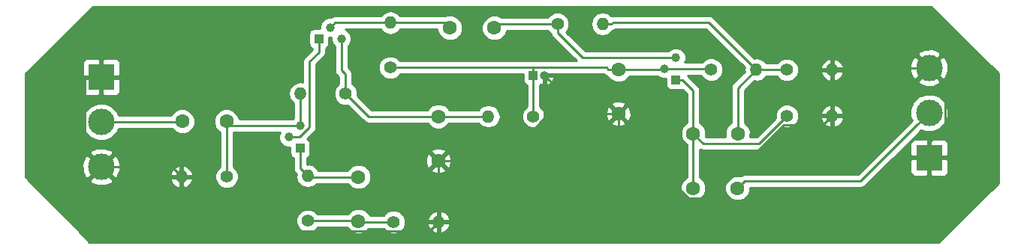
<source format=gbr>
G04 #@! TF.FileFunction,Copper,L1,Top,Signal*
%FSLAX46Y46*%
G04 Gerber Fmt 4.6, Leading zero omitted, Abs format (unit mm)*
G04 Created by KiCad (PCBNEW 4.0.6) date 06/17/17 08:19:30*
%MOMM*%
%LPD*%
G01*
G04 APERTURE LIST*
%ADD10C,0.100000*%
%ADD11C,1.600000*%
%ADD12R,3.000000X3.000000*%
%ADD13C,3.000000*%
%ADD14R,1.000000X1.000000*%
%ADD15O,1.000000X1.000000*%
%ADD16C,1.000000*%
%ADD17C,1.400000*%
%ADD18O,1.400000X1.400000*%
%ADD19C,0.250000*%
%ADD20C,0.254000*%
G04 APERTURE END LIST*
D10*
D11*
X69316600Y-114147600D03*
X74316600Y-114147600D03*
X98196400Y-113614200D03*
X98196400Y-118614200D03*
X104495600Y-103581200D03*
X99495600Y-103581200D03*
X89179400Y-125446800D03*
X89179400Y-120446800D03*
X126949200Y-115544600D03*
X131949200Y-115544600D03*
X118491000Y-108305600D03*
X118491000Y-113305600D03*
X131927600Y-121716800D03*
X126927600Y-121716800D03*
D12*
X60172600Y-109143800D03*
D13*
X60172600Y-114223800D03*
X60172600Y-119303800D03*
D14*
X108915200Y-108966000D03*
D15*
X110185200Y-108966000D03*
D12*
X153543000Y-118262400D03*
D13*
X153543000Y-113182400D03*
X153543000Y-108102400D03*
D16*
X85979000Y-103530400D03*
X87249000Y-104800400D03*
D14*
X84709000Y-104800400D03*
D16*
X81330800Y-115951000D03*
X82600800Y-114681000D03*
D14*
X82600800Y-117221000D03*
D16*
X123698000Y-108204000D03*
X124968000Y-106934000D03*
D14*
X124968000Y-109474000D03*
D17*
X108915200Y-113588800D03*
D18*
X103835200Y-113588800D03*
D17*
X87731600Y-111023400D03*
D18*
X82651600Y-111023400D03*
D17*
X74320400Y-120421400D03*
D18*
X69240400Y-120421400D03*
D17*
X92760800Y-108077000D03*
D18*
X92760800Y-102997000D03*
D17*
X83464400Y-125425200D03*
D18*
X83464400Y-120345200D03*
D17*
X128955800Y-108305600D03*
D18*
X134035800Y-108305600D03*
D17*
X137515600Y-108331000D03*
D18*
X142595600Y-108331000D03*
D17*
X93141800Y-125552200D03*
D18*
X98221800Y-125552200D03*
D17*
X111633000Y-103124000D03*
D18*
X116713000Y-103124000D03*
D17*
X137515600Y-113538000D03*
D18*
X142595600Y-113538000D03*
D19*
X60172600Y-114223800D02*
X69240400Y-114223800D01*
X69240400Y-114223800D02*
X69316600Y-114147600D01*
X82600800Y-114681000D02*
X74850000Y-114681000D01*
X74850000Y-114681000D02*
X74316600Y-114147600D01*
X82600800Y-114681000D02*
X82600800Y-111074200D01*
X82600800Y-111074200D02*
X82651600Y-111023400D01*
X74316600Y-114147600D02*
X74316600Y-120417600D01*
X74316600Y-120417600D02*
X74320400Y-120421400D01*
X87249000Y-104800400D02*
X87249000Y-108352306D01*
X87249000Y-108352306D02*
X87731600Y-108834906D01*
X98196400Y-113614200D02*
X90322400Y-113614200D01*
X90322400Y-113614200D02*
X87731600Y-111023400D01*
X103835200Y-113588800D02*
X98221800Y-113588800D01*
X98221800Y-113588800D02*
X98196400Y-113614200D01*
X87731600Y-108834906D02*
X87731600Y-110033451D01*
X87731600Y-110033451D02*
X87731600Y-111023400D01*
X60172600Y-109143800D02*
X58422600Y-109143800D01*
X58672601Y-117803801D02*
X60172600Y-119303800D01*
X58422600Y-109143800D02*
X58347599Y-109218801D01*
X58347599Y-109218801D02*
X58347599Y-117478799D01*
X58347599Y-117478799D02*
X58672601Y-117803801D01*
X118491000Y-113305600D02*
X118491000Y-114945202D01*
X118491000Y-114945202D02*
X126387599Y-122841801D01*
X126387599Y-122841801D02*
X128848209Y-122841801D01*
X128848209Y-122841801D02*
X137127009Y-114563001D01*
X141570599Y-114563001D02*
X141895601Y-114237999D01*
X137127009Y-114563001D02*
X141570599Y-114563001D01*
X141895601Y-114237999D02*
X142595600Y-113538000D01*
X142595600Y-108331000D02*
X142595600Y-109320949D01*
X142595600Y-109320949D02*
X142595600Y-113538000D01*
X153543000Y-118262400D02*
X153543000Y-116512400D01*
X153543000Y-116512400D02*
X155368001Y-114687399D01*
X155368001Y-114687399D02*
X155368001Y-109927401D01*
X155368001Y-109927401D02*
X155042999Y-109602399D01*
X155042999Y-109602399D02*
X153543000Y-108102400D01*
X153543000Y-108102400D02*
X142824200Y-108102400D01*
X142824200Y-108102400D02*
X142595600Y-108331000D01*
X69240400Y-120421400D02*
X69240400Y-121411349D01*
X97196799Y-126577201D02*
X97521801Y-126252199D01*
X69240400Y-121411349D02*
X74406252Y-126577201D01*
X74406252Y-126577201D02*
X97196799Y-126577201D01*
X97521801Y-126252199D02*
X98221800Y-125552200D01*
X98196400Y-118614200D02*
X98196400Y-125526800D01*
X98196400Y-125526800D02*
X98221800Y-125552200D01*
X110185200Y-108966000D02*
X110185200Y-113835802D01*
X110185200Y-113835802D02*
X105406802Y-118614200D01*
X105406802Y-118614200D02*
X99327770Y-118614200D01*
X99327770Y-118614200D02*
X98196400Y-118614200D01*
X110185200Y-108966000D02*
X114524800Y-113305600D01*
X114524800Y-113305600D02*
X118491000Y-113305600D01*
X60172600Y-119303800D02*
X68122800Y-119303800D01*
X68122800Y-119303800D02*
X69240400Y-120421400D01*
X115646200Y-106934000D02*
X115874800Y-106934000D01*
X115874800Y-106934000D02*
X124968000Y-106934000D01*
X111633000Y-103124000D02*
X111633000Y-104113949D01*
X114453051Y-106934000D02*
X115874800Y-106934000D01*
X111633000Y-104113949D02*
X114453051Y-106934000D01*
X111633000Y-103124000D02*
X104952800Y-103124000D01*
X104952800Y-103124000D02*
X104495600Y-103581200D01*
X111556800Y-102997000D02*
X111633000Y-102920800D01*
X85979000Y-103530400D02*
X86512400Y-102997000D01*
X86512400Y-102997000D02*
X92760800Y-102997000D01*
X92760800Y-102997000D02*
X99466400Y-102997000D01*
X92735400Y-103022400D02*
X92760800Y-102997000D01*
X83464400Y-125425200D02*
X89157800Y-125425200D01*
X89157800Y-125425200D02*
X89179400Y-125446800D01*
X93141800Y-125552200D02*
X89284800Y-125552200D01*
X89284800Y-125552200D02*
X89179400Y-125446800D01*
X82600800Y-117221000D02*
X82600800Y-119481600D01*
X82600800Y-119481600D02*
X83464400Y-120345200D01*
X89179400Y-120446800D02*
X83566000Y-120446800D01*
X83566000Y-120446800D02*
X83464400Y-120345200D01*
X126949200Y-115544600D02*
X128074201Y-116669601D01*
X128074201Y-116669601D02*
X134383999Y-116669601D01*
X134383999Y-116669601D02*
X136815601Y-114237999D01*
X136815601Y-114237999D02*
X137515600Y-113538000D01*
X126949200Y-115544600D02*
X126949200Y-121695200D01*
X126949200Y-121695200D02*
X126927600Y-121716800D01*
X126949200Y-115544600D02*
X126949200Y-110705200D01*
X126949200Y-110705200D02*
X125718000Y-109474000D01*
X125718000Y-109474000D02*
X124968000Y-109474000D01*
X92760800Y-108077000D02*
X108585000Y-108077000D01*
X108585000Y-108077000D02*
X108776200Y-108077000D01*
X118491000Y-108305600D02*
X117359630Y-108305600D01*
X117359630Y-108305600D02*
X117131030Y-108077000D01*
X117131030Y-108077000D02*
X108585000Y-108077000D01*
X108776200Y-108077000D02*
X108915200Y-108216000D01*
X108915200Y-108216000D02*
X108915200Y-108966000D01*
X108915200Y-108966000D02*
X108915200Y-109716000D01*
X108915200Y-109716000D02*
X108915200Y-113588800D01*
X123698000Y-108204000D02*
X128854200Y-108204000D01*
X128854200Y-108204000D02*
X128955800Y-108305600D01*
X118491000Y-108305600D02*
X123596400Y-108305600D01*
X123596400Y-108305600D02*
X123698000Y-108204000D01*
X131927600Y-121716800D02*
X132727599Y-120916801D01*
X132727599Y-120916801D02*
X145808599Y-120916801D01*
X145808599Y-120916801D02*
X152043001Y-114682399D01*
X152043001Y-114682399D02*
X153543000Y-113182400D01*
X81330800Y-115951000D02*
X82551802Y-115951000D01*
X82551802Y-115951000D02*
X83676601Y-114826201D01*
X83676601Y-114826201D02*
X83676601Y-107362801D01*
X83676601Y-107362801D02*
X84709000Y-106330402D01*
X84709000Y-106330402D02*
X84709000Y-104800400D01*
X137515600Y-108331000D02*
X134061200Y-108331000D01*
X134061200Y-108331000D02*
X134035800Y-108305600D01*
X116713000Y-103124000D02*
X117702949Y-103124000D01*
X117702949Y-103124000D02*
X117906149Y-102920800D01*
X117906149Y-102920800D02*
X128651000Y-102920800D01*
X134035800Y-108305600D02*
X131949200Y-110392200D01*
X131949200Y-110392200D02*
X131949200Y-115544600D01*
X128651000Y-102920800D02*
X134035800Y-108305600D01*
D20*
G36*
X161367400Y-108752092D02*
X161367400Y-121140355D01*
X154598416Y-127814000D01*
X58845899Y-127814000D01*
X56769922Y-125689583D01*
X82129169Y-125689583D01*
X82331982Y-126180429D01*
X82707196Y-126556298D01*
X83197687Y-126759968D01*
X83728783Y-126760431D01*
X84219629Y-126557618D01*
X84592697Y-126185200D01*
X87931829Y-126185200D01*
X87962157Y-126258600D01*
X88365477Y-126662624D01*
X88892709Y-126881550D01*
X89463587Y-126882048D01*
X89991200Y-126664043D01*
X90343657Y-126312200D01*
X92014145Y-126312200D01*
X92384596Y-126683298D01*
X92875087Y-126886968D01*
X93406183Y-126887431D01*
X93897029Y-126684618D01*
X94272898Y-126309404D01*
X94448906Y-125885529D01*
X96929084Y-125885529D01*
X97072003Y-126230596D01*
X97419137Y-126618964D01*
X97888469Y-126844927D01*
X98094800Y-126722406D01*
X98094800Y-125679200D01*
X98348800Y-125679200D01*
X98348800Y-126722406D01*
X98555131Y-126844927D01*
X99024463Y-126618964D01*
X99371597Y-126230596D01*
X99514516Y-125885529D01*
X99391174Y-125679200D01*
X98348800Y-125679200D01*
X98094800Y-125679200D01*
X97052426Y-125679200D01*
X96929084Y-125885529D01*
X94448906Y-125885529D01*
X94476568Y-125818913D01*
X94477031Y-125287817D01*
X94448544Y-125218871D01*
X96929084Y-125218871D01*
X97052426Y-125425200D01*
X98094800Y-125425200D01*
X98094800Y-124381994D01*
X98348800Y-124381994D01*
X98348800Y-125425200D01*
X99391174Y-125425200D01*
X99514516Y-125218871D01*
X99371597Y-124873804D01*
X99024463Y-124485436D01*
X98555131Y-124259473D01*
X98348800Y-124381994D01*
X98094800Y-124381994D01*
X97888469Y-124259473D01*
X97419137Y-124485436D01*
X97072003Y-124873804D01*
X96929084Y-125218871D01*
X94448544Y-125218871D01*
X94274218Y-124796971D01*
X93899004Y-124421102D01*
X93408513Y-124217432D01*
X92877417Y-124216969D01*
X92386571Y-124419782D01*
X92013503Y-124792200D01*
X90461597Y-124792200D01*
X90396643Y-124635000D01*
X89993323Y-124230976D01*
X89466091Y-124012050D01*
X88895213Y-124011552D01*
X88367600Y-124229557D01*
X87963576Y-124632877D01*
X87950154Y-124665200D01*
X84592055Y-124665200D01*
X84221604Y-124294102D01*
X83731113Y-124090432D01*
X83200017Y-124089969D01*
X82709171Y-124292782D01*
X82333302Y-124667996D01*
X82129632Y-125158487D01*
X82129169Y-125689583D01*
X56769922Y-125689583D01*
X52009193Y-120817770D01*
X58838235Y-120817770D01*
X58998018Y-121136539D01*
X59788787Y-121446523D01*
X60637987Y-121430297D01*
X61347182Y-121136539D01*
X61506965Y-120817770D01*
X61443924Y-120754729D01*
X67947684Y-120754729D01*
X68090603Y-121099796D01*
X68437737Y-121488164D01*
X68907069Y-121714127D01*
X69113400Y-121591606D01*
X69113400Y-120548400D01*
X69367400Y-120548400D01*
X69367400Y-121591606D01*
X69573731Y-121714127D01*
X70043063Y-121488164D01*
X70390197Y-121099796D01*
X70533116Y-120754729D01*
X70409774Y-120548400D01*
X69367400Y-120548400D01*
X69113400Y-120548400D01*
X68071026Y-120548400D01*
X67947684Y-120754729D01*
X61443924Y-120754729D01*
X60172600Y-119483405D01*
X58838235Y-120817770D01*
X52009193Y-120817770D01*
X51637000Y-120436893D01*
X51637000Y-118919987D01*
X58029877Y-118919987D01*
X58046103Y-119769187D01*
X58339861Y-120478382D01*
X58658630Y-120638165D01*
X59992995Y-119303800D01*
X60352205Y-119303800D01*
X61686570Y-120638165D01*
X62005339Y-120478382D01*
X62158342Y-120088071D01*
X67947684Y-120088071D01*
X68071026Y-120294400D01*
X69113400Y-120294400D01*
X69113400Y-119251194D01*
X69367400Y-119251194D01*
X69367400Y-120294400D01*
X70409774Y-120294400D01*
X70533116Y-120088071D01*
X70390197Y-119743004D01*
X70043063Y-119354636D01*
X69573731Y-119128673D01*
X69367400Y-119251194D01*
X69113400Y-119251194D01*
X68907069Y-119128673D01*
X68437737Y-119354636D01*
X68090603Y-119743004D01*
X67947684Y-120088071D01*
X62158342Y-120088071D01*
X62315323Y-119687613D01*
X62299097Y-118838413D01*
X62005339Y-118129218D01*
X61686570Y-117969435D01*
X60352205Y-119303800D01*
X59992995Y-119303800D01*
X58658630Y-117969435D01*
X58339861Y-118129218D01*
X58029877Y-118919987D01*
X51637000Y-118919987D01*
X51637000Y-117789830D01*
X58838235Y-117789830D01*
X60172600Y-119124195D01*
X61506965Y-117789830D01*
X61347182Y-117471061D01*
X60556413Y-117161077D01*
X59707213Y-117177303D01*
X58998018Y-117471061D01*
X58838235Y-117789830D01*
X51637000Y-117789830D01*
X51637000Y-114646615D01*
X58037230Y-114646615D01*
X58361580Y-115431600D01*
X58961641Y-116032709D01*
X59746059Y-116358428D01*
X60595415Y-116359170D01*
X61380400Y-116034820D01*
X61981509Y-115434759D01*
X62168764Y-114983800D01*
X68123714Y-114983800D01*
X68502677Y-115363424D01*
X69029909Y-115582350D01*
X69600787Y-115582848D01*
X70128400Y-115364843D01*
X70532424Y-114961523D01*
X70751350Y-114434291D01*
X70751352Y-114431787D01*
X72881352Y-114431787D01*
X73099357Y-114959400D01*
X73502677Y-115363424D01*
X73556600Y-115385815D01*
X73556600Y-119297538D01*
X73189302Y-119664196D01*
X72985632Y-120154687D01*
X72985169Y-120685783D01*
X73187982Y-121176629D01*
X73563196Y-121552498D01*
X74053687Y-121756168D01*
X74584783Y-121756631D01*
X75075629Y-121553818D01*
X75451498Y-121178604D01*
X75655168Y-120688113D01*
X75655631Y-120157017D01*
X75452818Y-119666171D01*
X75077604Y-119290302D01*
X75076600Y-119289885D01*
X75076600Y-115441000D01*
X80313611Y-115441000D01*
X80195997Y-115724244D01*
X80195603Y-116175775D01*
X80368033Y-116593086D01*
X80687035Y-116912645D01*
X81104044Y-117085803D01*
X81453360Y-117086108D01*
X81453360Y-117721000D01*
X81497638Y-117956317D01*
X81636710Y-118172441D01*
X81840800Y-118311890D01*
X81840800Y-119481600D01*
X81898652Y-119772439D01*
X82063399Y-120019001D01*
X82168230Y-120123832D01*
X82129400Y-120319046D01*
X82129400Y-120371354D01*
X82231021Y-120882236D01*
X82520412Y-121315342D01*
X82953518Y-121604733D01*
X83464400Y-121706354D01*
X83975282Y-121604733D01*
X84408388Y-121315342D01*
X84480913Y-121206800D01*
X87940754Y-121206800D01*
X87962157Y-121258600D01*
X88365477Y-121662624D01*
X88892709Y-121881550D01*
X89463587Y-121882048D01*
X89991200Y-121664043D01*
X90395224Y-121260723D01*
X90614150Y-120733491D01*
X90614648Y-120162613D01*
X90396643Y-119635000D01*
X90383611Y-119621945D01*
X97368261Y-119621945D01*
X97442395Y-119868064D01*
X97979623Y-120061165D01*
X98549854Y-120033978D01*
X98950405Y-119868064D01*
X99024539Y-119621945D01*
X98196400Y-118793805D01*
X97368261Y-119621945D01*
X90383611Y-119621945D01*
X89993323Y-119230976D01*
X89466091Y-119012050D01*
X88895213Y-119011552D01*
X88367600Y-119229557D01*
X87963576Y-119632877D01*
X87941185Y-119686800D01*
X84616686Y-119686800D01*
X84408388Y-119375058D01*
X83975282Y-119085667D01*
X83464400Y-118984046D01*
X83360800Y-119004653D01*
X83360800Y-118397423D01*
X96749435Y-118397423D01*
X96776622Y-118967654D01*
X96942536Y-119368205D01*
X97188655Y-119442339D01*
X98016795Y-118614200D01*
X98376005Y-118614200D01*
X99204145Y-119442339D01*
X99450264Y-119368205D01*
X99643365Y-118830977D01*
X99616178Y-118260746D01*
X99450264Y-117860195D01*
X99204145Y-117786061D01*
X98376005Y-118614200D01*
X98016795Y-118614200D01*
X97188655Y-117786061D01*
X96942536Y-117860195D01*
X96749435Y-118397423D01*
X83360800Y-118397423D01*
X83360800Y-118308279D01*
X83552241Y-118185090D01*
X83697231Y-117972890D01*
X83748240Y-117721000D01*
X83748240Y-117606455D01*
X97368261Y-117606455D01*
X98196400Y-118434595D01*
X99024539Y-117606455D01*
X98950405Y-117360336D01*
X98413177Y-117167235D01*
X97842946Y-117194422D01*
X97442395Y-117360336D01*
X97368261Y-117606455D01*
X83748240Y-117606455D01*
X83748240Y-116721000D01*
X83703962Y-116485683D01*
X83564890Y-116269559D01*
X83412303Y-116165301D01*
X84214002Y-115363602D01*
X84378749Y-115117040D01*
X84436601Y-114826201D01*
X84436601Y-107677603D01*
X85246401Y-106867803D01*
X85411148Y-106621241D01*
X85469000Y-106330402D01*
X85469000Y-105887679D01*
X85660441Y-105764490D01*
X85805431Y-105552290D01*
X85856440Y-105300400D01*
X85856440Y-104665294D01*
X86114117Y-104665519D01*
X86113803Y-105025175D01*
X86286233Y-105442486D01*
X86489000Y-105645607D01*
X86489000Y-108352306D01*
X86546852Y-108643145D01*
X86711599Y-108889707D01*
X86971600Y-109149708D01*
X86971600Y-109895745D01*
X86600502Y-110266196D01*
X86396832Y-110756687D01*
X86396369Y-111287783D01*
X86599182Y-111778629D01*
X86974396Y-112154498D01*
X87464887Y-112358168D01*
X87992025Y-112358628D01*
X89784998Y-114151601D01*
X89914303Y-114237999D01*
X90031561Y-114316348D01*
X90322400Y-114374200D01*
X96957754Y-114374200D01*
X96979157Y-114426000D01*
X97382477Y-114830024D01*
X97909709Y-115048950D01*
X98480587Y-115049448D01*
X99008200Y-114831443D01*
X99412224Y-114428123D01*
X99445162Y-114348800D01*
X102742122Y-114348800D01*
X102865058Y-114532788D01*
X103298164Y-114822179D01*
X103809046Y-114923800D01*
X103861354Y-114923800D01*
X104372236Y-114822179D01*
X104805342Y-114532788D01*
X105094733Y-114099682D01*
X105196354Y-113588800D01*
X105094733Y-113077918D01*
X104805342Y-112644812D01*
X104372236Y-112355421D01*
X103861354Y-112253800D01*
X103809046Y-112253800D01*
X103298164Y-112355421D01*
X102865058Y-112644812D01*
X102742122Y-112828800D01*
X99424551Y-112828800D01*
X99413643Y-112802400D01*
X99010323Y-112398376D01*
X98483091Y-112179450D01*
X97912213Y-112178952D01*
X97384600Y-112396957D01*
X96980576Y-112800277D01*
X96958185Y-112854200D01*
X90637203Y-112854200D01*
X89066374Y-111283372D01*
X89066831Y-110759017D01*
X88864018Y-110268171D01*
X88491600Y-109895103D01*
X88491600Y-108834906D01*
X88433748Y-108544067D01*
X88433748Y-108544066D01*
X88298320Y-108341383D01*
X91425569Y-108341383D01*
X91628382Y-108832229D01*
X92003596Y-109208098D01*
X92494087Y-109411768D01*
X93025183Y-109412231D01*
X93516029Y-109209418D01*
X93889097Y-108837000D01*
X107767760Y-108837000D01*
X107767760Y-109466000D01*
X107812038Y-109701317D01*
X107951110Y-109917441D01*
X108155200Y-110056890D01*
X108155200Y-112461145D01*
X107784102Y-112831596D01*
X107580432Y-113322087D01*
X107579969Y-113853183D01*
X107782782Y-114344029D01*
X108157996Y-114719898D01*
X108648487Y-114923568D01*
X109179583Y-114924031D01*
X109670429Y-114721218D01*
X110046298Y-114346004D01*
X110059859Y-114313345D01*
X117662861Y-114313345D01*
X117736995Y-114559464D01*
X118274223Y-114752565D01*
X118844454Y-114725378D01*
X119245005Y-114559464D01*
X119319139Y-114313345D01*
X118491000Y-113485205D01*
X117662861Y-114313345D01*
X110059859Y-114313345D01*
X110249968Y-113855513D01*
X110250431Y-113324417D01*
X110153086Y-113088823D01*
X117044035Y-113088823D01*
X117071222Y-113659054D01*
X117237136Y-114059605D01*
X117483255Y-114133739D01*
X118311395Y-113305600D01*
X118670605Y-113305600D01*
X119498745Y-114133739D01*
X119744864Y-114059605D01*
X119937965Y-113522377D01*
X119910778Y-112952146D01*
X119744864Y-112551595D01*
X119498745Y-112477461D01*
X118670605Y-113305600D01*
X118311395Y-113305600D01*
X117483255Y-112477461D01*
X117237136Y-112551595D01*
X117044035Y-113088823D01*
X110153086Y-113088823D01*
X110047618Y-112833571D01*
X109675200Y-112460503D01*
X109675200Y-112297855D01*
X117662861Y-112297855D01*
X118491000Y-113125995D01*
X119319139Y-112297855D01*
X119245005Y-112051736D01*
X118707777Y-111858635D01*
X118137546Y-111885822D01*
X117736995Y-112051736D01*
X117662861Y-112297855D01*
X109675200Y-112297855D01*
X109675200Y-110053279D01*
X109750232Y-110004997D01*
X109883326Y-110060119D01*
X110058200Y-109933954D01*
X110058200Y-109487925D01*
X110062640Y-109466000D01*
X110062640Y-109093000D01*
X110312200Y-109093000D01*
X110312200Y-109933954D01*
X110487074Y-110060119D01*
X110745409Y-109953127D01*
X111080523Y-109663604D01*
X111279332Y-109267877D01*
X111154335Y-109093000D01*
X110312200Y-109093000D01*
X110062640Y-109093000D01*
X110062640Y-108837000D01*
X110312200Y-108837000D01*
X110312200Y-108839000D01*
X111154335Y-108839000D01*
X111155765Y-108837000D01*
X116816228Y-108837000D01*
X116822229Y-108843001D01*
X117068790Y-109007748D01*
X117242747Y-109042350D01*
X117273757Y-109117400D01*
X117677077Y-109521424D01*
X118204309Y-109740350D01*
X118775187Y-109740848D01*
X119302800Y-109522843D01*
X119706824Y-109119523D01*
X119729215Y-109065600D01*
X122954364Y-109065600D01*
X123054235Y-109165645D01*
X123471244Y-109338803D01*
X123820560Y-109339108D01*
X123820560Y-109974000D01*
X123864838Y-110209317D01*
X124003910Y-110425441D01*
X124216110Y-110570431D01*
X124468000Y-110621440D01*
X125468000Y-110621440D01*
X125703317Y-110577162D01*
X125729507Y-110560309D01*
X126189200Y-111020002D01*
X126189200Y-114305954D01*
X126137400Y-114327357D01*
X125733376Y-114730677D01*
X125514450Y-115257909D01*
X125513952Y-115828787D01*
X125731957Y-116356400D01*
X126135277Y-116760424D01*
X126189200Y-116782815D01*
X126189200Y-120469229D01*
X126115800Y-120499557D01*
X125711776Y-120902877D01*
X125492850Y-121430109D01*
X125492352Y-122000987D01*
X125710357Y-122528600D01*
X126113677Y-122932624D01*
X126640909Y-123151550D01*
X127211787Y-123152048D01*
X127739400Y-122934043D01*
X128143424Y-122530723D01*
X128362350Y-122003491D01*
X128362352Y-122000987D01*
X130492352Y-122000987D01*
X130710357Y-122528600D01*
X131113677Y-122932624D01*
X131640909Y-123151550D01*
X132211787Y-123152048D01*
X132739400Y-122934043D01*
X133143424Y-122530723D01*
X133362350Y-122003491D01*
X133362635Y-121676801D01*
X145808599Y-121676801D01*
X146099438Y-121618949D01*
X146346000Y-121454202D01*
X149252052Y-118548150D01*
X151408000Y-118548150D01*
X151408000Y-119888709D01*
X151504673Y-120122098D01*
X151683301Y-120300727D01*
X151916690Y-120397400D01*
X153257250Y-120397400D01*
X153416000Y-120238650D01*
X153416000Y-118389400D01*
X153670000Y-118389400D01*
X153670000Y-120238650D01*
X153828750Y-120397400D01*
X155169310Y-120397400D01*
X155402699Y-120300727D01*
X155581327Y-120122098D01*
X155678000Y-119888709D01*
X155678000Y-118548150D01*
X155519250Y-118389400D01*
X153670000Y-118389400D01*
X153416000Y-118389400D01*
X151566750Y-118389400D01*
X151408000Y-118548150D01*
X149252052Y-118548150D01*
X151164111Y-116636091D01*
X151408000Y-116636091D01*
X151408000Y-117976650D01*
X151566750Y-118135400D01*
X153416000Y-118135400D01*
X153416000Y-116286150D01*
X153670000Y-116286150D01*
X153670000Y-118135400D01*
X155519250Y-118135400D01*
X155678000Y-117976650D01*
X155678000Y-116636091D01*
X155581327Y-116402702D01*
X155402699Y-116224073D01*
X155169310Y-116127400D01*
X153828750Y-116127400D01*
X153670000Y-116286150D01*
X153416000Y-116286150D01*
X153257250Y-116127400D01*
X151916690Y-116127400D01*
X151683301Y-116224073D01*
X151504673Y-116402702D01*
X151408000Y-116636091D01*
X151164111Y-116636091D01*
X152668983Y-115131219D01*
X153116459Y-115317028D01*
X153965815Y-115317770D01*
X154750800Y-114993420D01*
X155351909Y-114393359D01*
X155677628Y-113608941D01*
X155678370Y-112759585D01*
X155354020Y-111974600D01*
X154753959Y-111373491D01*
X153969541Y-111047772D01*
X153120185Y-111047030D01*
X152335200Y-111371380D01*
X151734091Y-111971441D01*
X151408372Y-112755859D01*
X151407630Y-113605215D01*
X151594098Y-114056500D01*
X145493797Y-120156801D01*
X132727599Y-120156801D01*
X132485013Y-120205055D01*
X132436759Y-120214653D01*
X132289287Y-120313191D01*
X132214291Y-120282050D01*
X131643413Y-120281552D01*
X131115800Y-120499557D01*
X130711776Y-120902877D01*
X130492850Y-121430109D01*
X130492352Y-122000987D01*
X128362352Y-122000987D01*
X128362848Y-121432613D01*
X128144843Y-120905000D01*
X127741523Y-120500976D01*
X127709200Y-120487554D01*
X127709200Y-117322196D01*
X127783362Y-117371749D01*
X128074201Y-117429601D01*
X134383999Y-117429601D01*
X134674838Y-117371749D01*
X134921400Y-117207002D01*
X137255628Y-114872774D01*
X137779983Y-114873231D01*
X138270829Y-114670418D01*
X138646698Y-114295204D01*
X138822706Y-113871329D01*
X141302884Y-113871329D01*
X141445803Y-114216396D01*
X141792937Y-114604764D01*
X142262269Y-114830727D01*
X142468600Y-114708206D01*
X142468600Y-113665000D01*
X142722600Y-113665000D01*
X142722600Y-114708206D01*
X142928931Y-114830727D01*
X143398263Y-114604764D01*
X143745397Y-114216396D01*
X143888316Y-113871329D01*
X143764974Y-113665000D01*
X142722600Y-113665000D01*
X142468600Y-113665000D01*
X141426226Y-113665000D01*
X141302884Y-113871329D01*
X138822706Y-113871329D01*
X138850368Y-113804713D01*
X138850831Y-113273617D01*
X138822344Y-113204671D01*
X141302884Y-113204671D01*
X141426226Y-113411000D01*
X142468600Y-113411000D01*
X142468600Y-112367794D01*
X142722600Y-112367794D01*
X142722600Y-113411000D01*
X143764974Y-113411000D01*
X143888316Y-113204671D01*
X143745397Y-112859604D01*
X143398263Y-112471236D01*
X142928931Y-112245273D01*
X142722600Y-112367794D01*
X142468600Y-112367794D01*
X142262269Y-112245273D01*
X141792937Y-112471236D01*
X141445803Y-112859604D01*
X141302884Y-113204671D01*
X138822344Y-113204671D01*
X138648018Y-112782771D01*
X138272804Y-112406902D01*
X137782313Y-112203232D01*
X137251217Y-112202769D01*
X136760371Y-112405582D01*
X136384502Y-112780796D01*
X136180832Y-113271287D01*
X136180372Y-113798426D01*
X134069197Y-115909601D01*
X133351433Y-115909601D01*
X133383950Y-115831291D01*
X133384448Y-115260413D01*
X133166443Y-114732800D01*
X132763123Y-114328776D01*
X132709200Y-114306385D01*
X132709200Y-110707002D01*
X133814432Y-109601770D01*
X134009646Y-109640600D01*
X134061954Y-109640600D01*
X134572836Y-109538979D01*
X135005942Y-109249588D01*
X135111907Y-109091000D01*
X136387945Y-109091000D01*
X136758396Y-109462098D01*
X137248887Y-109665768D01*
X137779983Y-109666231D01*
X138270829Y-109463418D01*
X138646698Y-109088204D01*
X138822706Y-108664329D01*
X141302884Y-108664329D01*
X141445803Y-109009396D01*
X141792937Y-109397764D01*
X142262269Y-109623727D01*
X142468600Y-109501206D01*
X142468600Y-108458000D01*
X142722600Y-108458000D01*
X142722600Y-109501206D01*
X142928931Y-109623727D01*
X142944211Y-109616370D01*
X152208635Y-109616370D01*
X152368418Y-109935139D01*
X153159187Y-110245123D01*
X154008387Y-110228897D01*
X154717582Y-109935139D01*
X154877365Y-109616370D01*
X153543000Y-108282005D01*
X152208635Y-109616370D01*
X142944211Y-109616370D01*
X143398263Y-109397764D01*
X143745397Y-109009396D01*
X143888316Y-108664329D01*
X143764974Y-108458000D01*
X142722600Y-108458000D01*
X142468600Y-108458000D01*
X141426226Y-108458000D01*
X141302884Y-108664329D01*
X138822706Y-108664329D01*
X138850368Y-108597713D01*
X138850831Y-108066617D01*
X138822344Y-107997671D01*
X141302884Y-107997671D01*
X141426226Y-108204000D01*
X142468600Y-108204000D01*
X142468600Y-107160794D01*
X142722600Y-107160794D01*
X142722600Y-108204000D01*
X143764974Y-108204000D01*
X143888316Y-107997671D01*
X143772726Y-107718587D01*
X151400277Y-107718587D01*
X151416503Y-108567787D01*
X151710261Y-109276982D01*
X152029030Y-109436765D01*
X153363395Y-108102400D01*
X153722605Y-108102400D01*
X155056970Y-109436765D01*
X155375739Y-109276982D01*
X155685723Y-108486213D01*
X155669497Y-107637013D01*
X155375739Y-106927818D01*
X155056970Y-106768035D01*
X153722605Y-108102400D01*
X153363395Y-108102400D01*
X152029030Y-106768035D01*
X151710261Y-106927818D01*
X151400277Y-107718587D01*
X143772726Y-107718587D01*
X143745397Y-107652604D01*
X143398263Y-107264236D01*
X142928931Y-107038273D01*
X142722600Y-107160794D01*
X142468600Y-107160794D01*
X142262269Y-107038273D01*
X141792937Y-107264236D01*
X141445803Y-107652604D01*
X141302884Y-107997671D01*
X138822344Y-107997671D01*
X138648018Y-107575771D01*
X138272804Y-107199902D01*
X137782313Y-106996232D01*
X137251217Y-106995769D01*
X136760371Y-107198582D01*
X136387303Y-107571000D01*
X135145850Y-107571000D01*
X135005942Y-107361612D01*
X134572836Y-107072221D01*
X134061954Y-106970600D01*
X134009646Y-106970600D01*
X133814432Y-107009430D01*
X133393432Y-106588430D01*
X152208635Y-106588430D01*
X153543000Y-107922795D01*
X154877365Y-106588430D01*
X154717582Y-106269661D01*
X153926813Y-105959677D01*
X153077613Y-105975903D01*
X152368418Y-106269661D01*
X152208635Y-106588430D01*
X133393432Y-106588430D01*
X129188401Y-102383399D01*
X128941839Y-102218652D01*
X128651000Y-102160800D01*
X117906149Y-102160800D01*
X117697973Y-102202209D01*
X117683142Y-102180012D01*
X117250036Y-101890621D01*
X116739154Y-101789000D01*
X116686846Y-101789000D01*
X116175964Y-101890621D01*
X115742858Y-102180012D01*
X115453467Y-102613118D01*
X115351846Y-103124000D01*
X115453467Y-103634882D01*
X115742858Y-104067988D01*
X116175964Y-104357379D01*
X116686846Y-104459000D01*
X116739154Y-104459000D01*
X117250036Y-104357379D01*
X117683142Y-104067988D01*
X117821886Y-103860342D01*
X117993788Y-103826148D01*
X118211317Y-103680800D01*
X128336198Y-103680800D01*
X132722155Y-108066757D01*
X132674646Y-108305600D01*
X132722155Y-108544443D01*
X131411799Y-109854799D01*
X131247052Y-110101361D01*
X131189200Y-110392200D01*
X131189200Y-114305954D01*
X131137400Y-114327357D01*
X130733376Y-114730677D01*
X130514450Y-115257909D01*
X130513952Y-115828787D01*
X130547344Y-115909601D01*
X128389003Y-115909601D01*
X128362456Y-115883054D01*
X128383950Y-115831291D01*
X128384448Y-115260413D01*
X128166443Y-114732800D01*
X127763123Y-114328776D01*
X127709200Y-114306385D01*
X127709200Y-110705200D01*
X127651348Y-110414361D01*
X127486601Y-110167799D01*
X126282802Y-108964000D01*
X127783373Y-108964000D01*
X127823382Y-109060829D01*
X128198596Y-109436698D01*
X128689087Y-109640368D01*
X129220183Y-109640831D01*
X129711029Y-109438018D01*
X130086898Y-109062804D01*
X130290568Y-108572313D01*
X130291031Y-108041217D01*
X130088218Y-107550371D01*
X129713004Y-107174502D01*
X129222513Y-106970832D01*
X128691417Y-106970369D01*
X128200571Y-107173182D01*
X127929280Y-107444000D01*
X125985189Y-107444000D01*
X126102803Y-107160756D01*
X126103197Y-106709225D01*
X125930767Y-106291914D01*
X125611765Y-105972355D01*
X125194756Y-105799197D01*
X124743225Y-105798803D01*
X124325914Y-105971233D01*
X124122793Y-106174000D01*
X114767853Y-106174000D01*
X112619451Y-104025598D01*
X112764098Y-103881204D01*
X112967768Y-103390713D01*
X112968231Y-102859617D01*
X112765418Y-102368771D01*
X112390204Y-101992902D01*
X111899713Y-101789232D01*
X111368617Y-101788769D01*
X110877771Y-101991582D01*
X110504703Y-102364000D01*
X105306209Y-102364000D01*
X104782291Y-102146450D01*
X104211413Y-102145952D01*
X103683800Y-102363957D01*
X103279776Y-102767277D01*
X103060850Y-103294509D01*
X103060352Y-103865387D01*
X103278357Y-104393000D01*
X103681677Y-104797024D01*
X104208909Y-105015950D01*
X104779787Y-105016448D01*
X105307400Y-104798443D01*
X105711424Y-104395123D01*
X105923661Y-103884000D01*
X110505345Y-103884000D01*
X110875796Y-104255098D01*
X110903353Y-104266541D01*
X110930852Y-104404788D01*
X111095599Y-104651350D01*
X113761249Y-107317000D01*
X93888455Y-107317000D01*
X93518004Y-106945902D01*
X93027513Y-106742232D01*
X92496417Y-106741769D01*
X92005571Y-106944582D01*
X91629702Y-107319796D01*
X91426032Y-107810287D01*
X91425569Y-108341383D01*
X88298320Y-108341383D01*
X88269001Y-108297505D01*
X88009000Y-108037504D01*
X88009000Y-105645459D01*
X88210645Y-105444165D01*
X88383803Y-105027156D01*
X88384197Y-104575625D01*
X88211767Y-104158314D01*
X87892765Y-103838755D01*
X87695878Y-103757000D01*
X91676400Y-103757000D01*
X91816812Y-103967142D01*
X92249918Y-104256533D01*
X92760800Y-104358154D01*
X93271682Y-104256533D01*
X93704788Y-103967142D01*
X93845200Y-103757000D01*
X98060447Y-103757000D01*
X98060352Y-103865387D01*
X98278357Y-104393000D01*
X98681677Y-104797024D01*
X99208909Y-105015950D01*
X99779787Y-105016448D01*
X100307400Y-104798443D01*
X100711424Y-104395123D01*
X100930350Y-103867891D01*
X100930848Y-103297013D01*
X100712843Y-102769400D01*
X100309523Y-102365376D01*
X99782291Y-102146450D01*
X99211413Y-102145952D01*
X98991060Y-102237000D01*
X93845200Y-102237000D01*
X93704788Y-102026858D01*
X93271682Y-101737467D01*
X92760800Y-101635846D01*
X92249918Y-101737467D01*
X91816812Y-102026858D01*
X91676400Y-102237000D01*
X86512400Y-102237000D01*
X86221561Y-102294852D01*
X86070961Y-102395479D01*
X85754225Y-102395203D01*
X85336914Y-102567633D01*
X85017355Y-102886635D01*
X84844197Y-103303644D01*
X84843892Y-103652960D01*
X84209000Y-103652960D01*
X83973683Y-103697238D01*
X83757559Y-103836310D01*
X83612569Y-104048510D01*
X83561560Y-104300400D01*
X83561560Y-105300400D01*
X83605838Y-105535717D01*
X83744910Y-105751841D01*
X83949000Y-105891290D01*
X83949000Y-106015600D01*
X83139200Y-106825400D01*
X82974453Y-107071962D01*
X82916601Y-107362801D01*
X82916601Y-109735910D01*
X82677754Y-109688400D01*
X82625446Y-109688400D01*
X82114564Y-109790021D01*
X81681458Y-110079412D01*
X81392067Y-110512518D01*
X81290446Y-111023400D01*
X81392067Y-111534282D01*
X81681458Y-111967388D01*
X81840800Y-112073856D01*
X81840800Y-113835941D01*
X81755593Y-113921000D01*
X75751798Y-113921000D01*
X75751848Y-113863413D01*
X75533843Y-113335800D01*
X75130523Y-112931776D01*
X74603291Y-112712850D01*
X74032413Y-112712352D01*
X73504800Y-112930357D01*
X73100776Y-113333677D01*
X72881850Y-113860909D01*
X72881352Y-114431787D01*
X70751352Y-114431787D01*
X70751848Y-113863413D01*
X70533843Y-113335800D01*
X70130523Y-112931776D01*
X69603291Y-112712850D01*
X69032413Y-112712352D01*
X68504800Y-112930357D01*
X68100776Y-113333677D01*
X68046744Y-113463800D01*
X62168648Y-113463800D01*
X61983620Y-113016000D01*
X61383559Y-112414891D01*
X60599141Y-112089172D01*
X59749785Y-112088430D01*
X58964800Y-112412780D01*
X58363691Y-113012841D01*
X58037972Y-113797259D01*
X58037230Y-114646615D01*
X51637000Y-114646615D01*
X51637000Y-109429550D01*
X58037600Y-109429550D01*
X58037600Y-110770109D01*
X58134273Y-111003498D01*
X58312901Y-111182127D01*
X58546290Y-111278800D01*
X59886850Y-111278800D01*
X60045600Y-111120050D01*
X60045600Y-109270800D01*
X60299600Y-109270800D01*
X60299600Y-111120050D01*
X60458350Y-111278800D01*
X61798910Y-111278800D01*
X62032299Y-111182127D01*
X62210927Y-111003498D01*
X62307600Y-110770109D01*
X62307600Y-109429550D01*
X62148850Y-109270800D01*
X60299600Y-109270800D01*
X60045600Y-109270800D01*
X58196350Y-109270800D01*
X58037600Y-109429550D01*
X51637000Y-109429550D01*
X51637000Y-108752092D01*
X52871601Y-107517491D01*
X58037600Y-107517491D01*
X58037600Y-108858050D01*
X58196350Y-109016800D01*
X60045600Y-109016800D01*
X60045600Y-107167550D01*
X60299600Y-107167550D01*
X60299600Y-109016800D01*
X62148850Y-109016800D01*
X62307600Y-108858050D01*
X62307600Y-107517491D01*
X62210927Y-107284102D01*
X62032299Y-107105473D01*
X61798910Y-107008800D01*
X60458350Y-107008800D01*
X60299600Y-107167550D01*
X60045600Y-107167550D01*
X59886850Y-107008800D01*
X58546290Y-107008800D01*
X58312901Y-107105473D01*
X58134273Y-107284102D01*
X58037600Y-107517491D01*
X52871601Y-107517491D01*
X59222092Y-101167000D01*
X153782308Y-101167000D01*
X161367400Y-108752092D01*
X161367400Y-108752092D01*
G37*
X161367400Y-108752092D02*
X161367400Y-121140355D01*
X154598416Y-127814000D01*
X58845899Y-127814000D01*
X56769922Y-125689583D01*
X82129169Y-125689583D01*
X82331982Y-126180429D01*
X82707196Y-126556298D01*
X83197687Y-126759968D01*
X83728783Y-126760431D01*
X84219629Y-126557618D01*
X84592697Y-126185200D01*
X87931829Y-126185200D01*
X87962157Y-126258600D01*
X88365477Y-126662624D01*
X88892709Y-126881550D01*
X89463587Y-126882048D01*
X89991200Y-126664043D01*
X90343657Y-126312200D01*
X92014145Y-126312200D01*
X92384596Y-126683298D01*
X92875087Y-126886968D01*
X93406183Y-126887431D01*
X93897029Y-126684618D01*
X94272898Y-126309404D01*
X94448906Y-125885529D01*
X96929084Y-125885529D01*
X97072003Y-126230596D01*
X97419137Y-126618964D01*
X97888469Y-126844927D01*
X98094800Y-126722406D01*
X98094800Y-125679200D01*
X98348800Y-125679200D01*
X98348800Y-126722406D01*
X98555131Y-126844927D01*
X99024463Y-126618964D01*
X99371597Y-126230596D01*
X99514516Y-125885529D01*
X99391174Y-125679200D01*
X98348800Y-125679200D01*
X98094800Y-125679200D01*
X97052426Y-125679200D01*
X96929084Y-125885529D01*
X94448906Y-125885529D01*
X94476568Y-125818913D01*
X94477031Y-125287817D01*
X94448544Y-125218871D01*
X96929084Y-125218871D01*
X97052426Y-125425200D01*
X98094800Y-125425200D01*
X98094800Y-124381994D01*
X98348800Y-124381994D01*
X98348800Y-125425200D01*
X99391174Y-125425200D01*
X99514516Y-125218871D01*
X99371597Y-124873804D01*
X99024463Y-124485436D01*
X98555131Y-124259473D01*
X98348800Y-124381994D01*
X98094800Y-124381994D01*
X97888469Y-124259473D01*
X97419137Y-124485436D01*
X97072003Y-124873804D01*
X96929084Y-125218871D01*
X94448544Y-125218871D01*
X94274218Y-124796971D01*
X93899004Y-124421102D01*
X93408513Y-124217432D01*
X92877417Y-124216969D01*
X92386571Y-124419782D01*
X92013503Y-124792200D01*
X90461597Y-124792200D01*
X90396643Y-124635000D01*
X89993323Y-124230976D01*
X89466091Y-124012050D01*
X88895213Y-124011552D01*
X88367600Y-124229557D01*
X87963576Y-124632877D01*
X87950154Y-124665200D01*
X84592055Y-124665200D01*
X84221604Y-124294102D01*
X83731113Y-124090432D01*
X83200017Y-124089969D01*
X82709171Y-124292782D01*
X82333302Y-124667996D01*
X82129632Y-125158487D01*
X82129169Y-125689583D01*
X56769922Y-125689583D01*
X52009193Y-120817770D01*
X58838235Y-120817770D01*
X58998018Y-121136539D01*
X59788787Y-121446523D01*
X60637987Y-121430297D01*
X61347182Y-121136539D01*
X61506965Y-120817770D01*
X61443924Y-120754729D01*
X67947684Y-120754729D01*
X68090603Y-121099796D01*
X68437737Y-121488164D01*
X68907069Y-121714127D01*
X69113400Y-121591606D01*
X69113400Y-120548400D01*
X69367400Y-120548400D01*
X69367400Y-121591606D01*
X69573731Y-121714127D01*
X70043063Y-121488164D01*
X70390197Y-121099796D01*
X70533116Y-120754729D01*
X70409774Y-120548400D01*
X69367400Y-120548400D01*
X69113400Y-120548400D01*
X68071026Y-120548400D01*
X67947684Y-120754729D01*
X61443924Y-120754729D01*
X60172600Y-119483405D01*
X58838235Y-120817770D01*
X52009193Y-120817770D01*
X51637000Y-120436893D01*
X51637000Y-118919987D01*
X58029877Y-118919987D01*
X58046103Y-119769187D01*
X58339861Y-120478382D01*
X58658630Y-120638165D01*
X59992995Y-119303800D01*
X60352205Y-119303800D01*
X61686570Y-120638165D01*
X62005339Y-120478382D01*
X62158342Y-120088071D01*
X67947684Y-120088071D01*
X68071026Y-120294400D01*
X69113400Y-120294400D01*
X69113400Y-119251194D01*
X69367400Y-119251194D01*
X69367400Y-120294400D01*
X70409774Y-120294400D01*
X70533116Y-120088071D01*
X70390197Y-119743004D01*
X70043063Y-119354636D01*
X69573731Y-119128673D01*
X69367400Y-119251194D01*
X69113400Y-119251194D01*
X68907069Y-119128673D01*
X68437737Y-119354636D01*
X68090603Y-119743004D01*
X67947684Y-120088071D01*
X62158342Y-120088071D01*
X62315323Y-119687613D01*
X62299097Y-118838413D01*
X62005339Y-118129218D01*
X61686570Y-117969435D01*
X60352205Y-119303800D01*
X59992995Y-119303800D01*
X58658630Y-117969435D01*
X58339861Y-118129218D01*
X58029877Y-118919987D01*
X51637000Y-118919987D01*
X51637000Y-117789830D01*
X58838235Y-117789830D01*
X60172600Y-119124195D01*
X61506965Y-117789830D01*
X61347182Y-117471061D01*
X60556413Y-117161077D01*
X59707213Y-117177303D01*
X58998018Y-117471061D01*
X58838235Y-117789830D01*
X51637000Y-117789830D01*
X51637000Y-114646615D01*
X58037230Y-114646615D01*
X58361580Y-115431600D01*
X58961641Y-116032709D01*
X59746059Y-116358428D01*
X60595415Y-116359170D01*
X61380400Y-116034820D01*
X61981509Y-115434759D01*
X62168764Y-114983800D01*
X68123714Y-114983800D01*
X68502677Y-115363424D01*
X69029909Y-115582350D01*
X69600787Y-115582848D01*
X70128400Y-115364843D01*
X70532424Y-114961523D01*
X70751350Y-114434291D01*
X70751352Y-114431787D01*
X72881352Y-114431787D01*
X73099357Y-114959400D01*
X73502677Y-115363424D01*
X73556600Y-115385815D01*
X73556600Y-119297538D01*
X73189302Y-119664196D01*
X72985632Y-120154687D01*
X72985169Y-120685783D01*
X73187982Y-121176629D01*
X73563196Y-121552498D01*
X74053687Y-121756168D01*
X74584783Y-121756631D01*
X75075629Y-121553818D01*
X75451498Y-121178604D01*
X75655168Y-120688113D01*
X75655631Y-120157017D01*
X75452818Y-119666171D01*
X75077604Y-119290302D01*
X75076600Y-119289885D01*
X75076600Y-115441000D01*
X80313611Y-115441000D01*
X80195997Y-115724244D01*
X80195603Y-116175775D01*
X80368033Y-116593086D01*
X80687035Y-116912645D01*
X81104044Y-117085803D01*
X81453360Y-117086108D01*
X81453360Y-117721000D01*
X81497638Y-117956317D01*
X81636710Y-118172441D01*
X81840800Y-118311890D01*
X81840800Y-119481600D01*
X81898652Y-119772439D01*
X82063399Y-120019001D01*
X82168230Y-120123832D01*
X82129400Y-120319046D01*
X82129400Y-120371354D01*
X82231021Y-120882236D01*
X82520412Y-121315342D01*
X82953518Y-121604733D01*
X83464400Y-121706354D01*
X83975282Y-121604733D01*
X84408388Y-121315342D01*
X84480913Y-121206800D01*
X87940754Y-121206800D01*
X87962157Y-121258600D01*
X88365477Y-121662624D01*
X88892709Y-121881550D01*
X89463587Y-121882048D01*
X89991200Y-121664043D01*
X90395224Y-121260723D01*
X90614150Y-120733491D01*
X90614648Y-120162613D01*
X90396643Y-119635000D01*
X90383611Y-119621945D01*
X97368261Y-119621945D01*
X97442395Y-119868064D01*
X97979623Y-120061165D01*
X98549854Y-120033978D01*
X98950405Y-119868064D01*
X99024539Y-119621945D01*
X98196400Y-118793805D01*
X97368261Y-119621945D01*
X90383611Y-119621945D01*
X89993323Y-119230976D01*
X89466091Y-119012050D01*
X88895213Y-119011552D01*
X88367600Y-119229557D01*
X87963576Y-119632877D01*
X87941185Y-119686800D01*
X84616686Y-119686800D01*
X84408388Y-119375058D01*
X83975282Y-119085667D01*
X83464400Y-118984046D01*
X83360800Y-119004653D01*
X83360800Y-118397423D01*
X96749435Y-118397423D01*
X96776622Y-118967654D01*
X96942536Y-119368205D01*
X97188655Y-119442339D01*
X98016795Y-118614200D01*
X98376005Y-118614200D01*
X99204145Y-119442339D01*
X99450264Y-119368205D01*
X99643365Y-118830977D01*
X99616178Y-118260746D01*
X99450264Y-117860195D01*
X99204145Y-117786061D01*
X98376005Y-118614200D01*
X98016795Y-118614200D01*
X97188655Y-117786061D01*
X96942536Y-117860195D01*
X96749435Y-118397423D01*
X83360800Y-118397423D01*
X83360800Y-118308279D01*
X83552241Y-118185090D01*
X83697231Y-117972890D01*
X83748240Y-117721000D01*
X83748240Y-117606455D01*
X97368261Y-117606455D01*
X98196400Y-118434595D01*
X99024539Y-117606455D01*
X98950405Y-117360336D01*
X98413177Y-117167235D01*
X97842946Y-117194422D01*
X97442395Y-117360336D01*
X97368261Y-117606455D01*
X83748240Y-117606455D01*
X83748240Y-116721000D01*
X83703962Y-116485683D01*
X83564890Y-116269559D01*
X83412303Y-116165301D01*
X84214002Y-115363602D01*
X84378749Y-115117040D01*
X84436601Y-114826201D01*
X84436601Y-107677603D01*
X85246401Y-106867803D01*
X85411148Y-106621241D01*
X85469000Y-106330402D01*
X85469000Y-105887679D01*
X85660441Y-105764490D01*
X85805431Y-105552290D01*
X85856440Y-105300400D01*
X85856440Y-104665294D01*
X86114117Y-104665519D01*
X86113803Y-105025175D01*
X86286233Y-105442486D01*
X86489000Y-105645607D01*
X86489000Y-108352306D01*
X86546852Y-108643145D01*
X86711599Y-108889707D01*
X86971600Y-109149708D01*
X86971600Y-109895745D01*
X86600502Y-110266196D01*
X86396832Y-110756687D01*
X86396369Y-111287783D01*
X86599182Y-111778629D01*
X86974396Y-112154498D01*
X87464887Y-112358168D01*
X87992025Y-112358628D01*
X89784998Y-114151601D01*
X89914303Y-114237999D01*
X90031561Y-114316348D01*
X90322400Y-114374200D01*
X96957754Y-114374200D01*
X96979157Y-114426000D01*
X97382477Y-114830024D01*
X97909709Y-115048950D01*
X98480587Y-115049448D01*
X99008200Y-114831443D01*
X99412224Y-114428123D01*
X99445162Y-114348800D01*
X102742122Y-114348800D01*
X102865058Y-114532788D01*
X103298164Y-114822179D01*
X103809046Y-114923800D01*
X103861354Y-114923800D01*
X104372236Y-114822179D01*
X104805342Y-114532788D01*
X105094733Y-114099682D01*
X105196354Y-113588800D01*
X105094733Y-113077918D01*
X104805342Y-112644812D01*
X104372236Y-112355421D01*
X103861354Y-112253800D01*
X103809046Y-112253800D01*
X103298164Y-112355421D01*
X102865058Y-112644812D01*
X102742122Y-112828800D01*
X99424551Y-112828800D01*
X99413643Y-112802400D01*
X99010323Y-112398376D01*
X98483091Y-112179450D01*
X97912213Y-112178952D01*
X97384600Y-112396957D01*
X96980576Y-112800277D01*
X96958185Y-112854200D01*
X90637203Y-112854200D01*
X89066374Y-111283372D01*
X89066831Y-110759017D01*
X88864018Y-110268171D01*
X88491600Y-109895103D01*
X88491600Y-108834906D01*
X88433748Y-108544067D01*
X88433748Y-108544066D01*
X88298320Y-108341383D01*
X91425569Y-108341383D01*
X91628382Y-108832229D01*
X92003596Y-109208098D01*
X92494087Y-109411768D01*
X93025183Y-109412231D01*
X93516029Y-109209418D01*
X93889097Y-108837000D01*
X107767760Y-108837000D01*
X107767760Y-109466000D01*
X107812038Y-109701317D01*
X107951110Y-109917441D01*
X108155200Y-110056890D01*
X108155200Y-112461145D01*
X107784102Y-112831596D01*
X107580432Y-113322087D01*
X107579969Y-113853183D01*
X107782782Y-114344029D01*
X108157996Y-114719898D01*
X108648487Y-114923568D01*
X109179583Y-114924031D01*
X109670429Y-114721218D01*
X110046298Y-114346004D01*
X110059859Y-114313345D01*
X117662861Y-114313345D01*
X117736995Y-114559464D01*
X118274223Y-114752565D01*
X118844454Y-114725378D01*
X119245005Y-114559464D01*
X119319139Y-114313345D01*
X118491000Y-113485205D01*
X117662861Y-114313345D01*
X110059859Y-114313345D01*
X110249968Y-113855513D01*
X110250431Y-113324417D01*
X110153086Y-113088823D01*
X117044035Y-113088823D01*
X117071222Y-113659054D01*
X117237136Y-114059605D01*
X117483255Y-114133739D01*
X118311395Y-113305600D01*
X118670605Y-113305600D01*
X119498745Y-114133739D01*
X119744864Y-114059605D01*
X119937965Y-113522377D01*
X119910778Y-112952146D01*
X119744864Y-112551595D01*
X119498745Y-112477461D01*
X118670605Y-113305600D01*
X118311395Y-113305600D01*
X117483255Y-112477461D01*
X117237136Y-112551595D01*
X117044035Y-113088823D01*
X110153086Y-113088823D01*
X110047618Y-112833571D01*
X109675200Y-112460503D01*
X109675200Y-112297855D01*
X117662861Y-112297855D01*
X118491000Y-113125995D01*
X119319139Y-112297855D01*
X119245005Y-112051736D01*
X118707777Y-111858635D01*
X118137546Y-111885822D01*
X117736995Y-112051736D01*
X117662861Y-112297855D01*
X109675200Y-112297855D01*
X109675200Y-110053279D01*
X109750232Y-110004997D01*
X109883326Y-110060119D01*
X110058200Y-109933954D01*
X110058200Y-109487925D01*
X110062640Y-109466000D01*
X110062640Y-109093000D01*
X110312200Y-109093000D01*
X110312200Y-109933954D01*
X110487074Y-110060119D01*
X110745409Y-109953127D01*
X111080523Y-109663604D01*
X111279332Y-109267877D01*
X111154335Y-109093000D01*
X110312200Y-109093000D01*
X110062640Y-109093000D01*
X110062640Y-108837000D01*
X110312200Y-108837000D01*
X110312200Y-108839000D01*
X111154335Y-108839000D01*
X111155765Y-108837000D01*
X116816228Y-108837000D01*
X116822229Y-108843001D01*
X117068790Y-109007748D01*
X117242747Y-109042350D01*
X117273757Y-109117400D01*
X117677077Y-109521424D01*
X118204309Y-109740350D01*
X118775187Y-109740848D01*
X119302800Y-109522843D01*
X119706824Y-109119523D01*
X119729215Y-109065600D01*
X122954364Y-109065600D01*
X123054235Y-109165645D01*
X123471244Y-109338803D01*
X123820560Y-109339108D01*
X123820560Y-109974000D01*
X123864838Y-110209317D01*
X124003910Y-110425441D01*
X124216110Y-110570431D01*
X124468000Y-110621440D01*
X125468000Y-110621440D01*
X125703317Y-110577162D01*
X125729507Y-110560309D01*
X126189200Y-111020002D01*
X126189200Y-114305954D01*
X126137400Y-114327357D01*
X125733376Y-114730677D01*
X125514450Y-115257909D01*
X125513952Y-115828787D01*
X125731957Y-116356400D01*
X126135277Y-116760424D01*
X126189200Y-116782815D01*
X126189200Y-120469229D01*
X126115800Y-120499557D01*
X125711776Y-120902877D01*
X125492850Y-121430109D01*
X125492352Y-122000987D01*
X125710357Y-122528600D01*
X126113677Y-122932624D01*
X126640909Y-123151550D01*
X127211787Y-123152048D01*
X127739400Y-122934043D01*
X128143424Y-122530723D01*
X128362350Y-122003491D01*
X128362352Y-122000987D01*
X130492352Y-122000987D01*
X130710357Y-122528600D01*
X131113677Y-122932624D01*
X131640909Y-123151550D01*
X132211787Y-123152048D01*
X132739400Y-122934043D01*
X133143424Y-122530723D01*
X133362350Y-122003491D01*
X133362635Y-121676801D01*
X145808599Y-121676801D01*
X146099438Y-121618949D01*
X146346000Y-121454202D01*
X149252052Y-118548150D01*
X151408000Y-118548150D01*
X151408000Y-119888709D01*
X151504673Y-120122098D01*
X151683301Y-120300727D01*
X151916690Y-120397400D01*
X153257250Y-120397400D01*
X153416000Y-120238650D01*
X153416000Y-118389400D01*
X153670000Y-118389400D01*
X153670000Y-120238650D01*
X153828750Y-120397400D01*
X155169310Y-120397400D01*
X155402699Y-120300727D01*
X155581327Y-120122098D01*
X155678000Y-119888709D01*
X155678000Y-118548150D01*
X155519250Y-118389400D01*
X153670000Y-118389400D01*
X153416000Y-118389400D01*
X151566750Y-118389400D01*
X151408000Y-118548150D01*
X149252052Y-118548150D01*
X151164111Y-116636091D01*
X151408000Y-116636091D01*
X151408000Y-117976650D01*
X151566750Y-118135400D01*
X153416000Y-118135400D01*
X153416000Y-116286150D01*
X153670000Y-116286150D01*
X153670000Y-118135400D01*
X155519250Y-118135400D01*
X155678000Y-117976650D01*
X155678000Y-116636091D01*
X155581327Y-116402702D01*
X155402699Y-116224073D01*
X155169310Y-116127400D01*
X153828750Y-116127400D01*
X153670000Y-116286150D01*
X153416000Y-116286150D01*
X153257250Y-116127400D01*
X151916690Y-116127400D01*
X151683301Y-116224073D01*
X151504673Y-116402702D01*
X151408000Y-116636091D01*
X151164111Y-116636091D01*
X152668983Y-115131219D01*
X153116459Y-115317028D01*
X153965815Y-115317770D01*
X154750800Y-114993420D01*
X155351909Y-114393359D01*
X155677628Y-113608941D01*
X155678370Y-112759585D01*
X155354020Y-111974600D01*
X154753959Y-111373491D01*
X153969541Y-111047772D01*
X153120185Y-111047030D01*
X152335200Y-111371380D01*
X151734091Y-111971441D01*
X151408372Y-112755859D01*
X151407630Y-113605215D01*
X151594098Y-114056500D01*
X145493797Y-120156801D01*
X132727599Y-120156801D01*
X132485013Y-120205055D01*
X132436759Y-120214653D01*
X132289287Y-120313191D01*
X132214291Y-120282050D01*
X131643413Y-120281552D01*
X131115800Y-120499557D01*
X130711776Y-120902877D01*
X130492850Y-121430109D01*
X130492352Y-122000987D01*
X128362352Y-122000987D01*
X128362848Y-121432613D01*
X128144843Y-120905000D01*
X127741523Y-120500976D01*
X127709200Y-120487554D01*
X127709200Y-117322196D01*
X127783362Y-117371749D01*
X128074201Y-117429601D01*
X134383999Y-117429601D01*
X134674838Y-117371749D01*
X134921400Y-117207002D01*
X137255628Y-114872774D01*
X137779983Y-114873231D01*
X138270829Y-114670418D01*
X138646698Y-114295204D01*
X138822706Y-113871329D01*
X141302884Y-113871329D01*
X141445803Y-114216396D01*
X141792937Y-114604764D01*
X142262269Y-114830727D01*
X142468600Y-114708206D01*
X142468600Y-113665000D01*
X142722600Y-113665000D01*
X142722600Y-114708206D01*
X142928931Y-114830727D01*
X143398263Y-114604764D01*
X143745397Y-114216396D01*
X143888316Y-113871329D01*
X143764974Y-113665000D01*
X142722600Y-113665000D01*
X142468600Y-113665000D01*
X141426226Y-113665000D01*
X141302884Y-113871329D01*
X138822706Y-113871329D01*
X138850368Y-113804713D01*
X138850831Y-113273617D01*
X138822344Y-113204671D01*
X141302884Y-113204671D01*
X141426226Y-113411000D01*
X142468600Y-113411000D01*
X142468600Y-112367794D01*
X142722600Y-112367794D01*
X142722600Y-113411000D01*
X143764974Y-113411000D01*
X143888316Y-113204671D01*
X143745397Y-112859604D01*
X143398263Y-112471236D01*
X142928931Y-112245273D01*
X142722600Y-112367794D01*
X142468600Y-112367794D01*
X142262269Y-112245273D01*
X141792937Y-112471236D01*
X141445803Y-112859604D01*
X141302884Y-113204671D01*
X138822344Y-113204671D01*
X138648018Y-112782771D01*
X138272804Y-112406902D01*
X137782313Y-112203232D01*
X137251217Y-112202769D01*
X136760371Y-112405582D01*
X136384502Y-112780796D01*
X136180832Y-113271287D01*
X136180372Y-113798426D01*
X134069197Y-115909601D01*
X133351433Y-115909601D01*
X133383950Y-115831291D01*
X133384448Y-115260413D01*
X133166443Y-114732800D01*
X132763123Y-114328776D01*
X132709200Y-114306385D01*
X132709200Y-110707002D01*
X133814432Y-109601770D01*
X134009646Y-109640600D01*
X134061954Y-109640600D01*
X134572836Y-109538979D01*
X135005942Y-109249588D01*
X135111907Y-109091000D01*
X136387945Y-109091000D01*
X136758396Y-109462098D01*
X137248887Y-109665768D01*
X137779983Y-109666231D01*
X138270829Y-109463418D01*
X138646698Y-109088204D01*
X138822706Y-108664329D01*
X141302884Y-108664329D01*
X141445803Y-109009396D01*
X141792937Y-109397764D01*
X142262269Y-109623727D01*
X142468600Y-109501206D01*
X142468600Y-108458000D01*
X142722600Y-108458000D01*
X142722600Y-109501206D01*
X142928931Y-109623727D01*
X142944211Y-109616370D01*
X152208635Y-109616370D01*
X152368418Y-109935139D01*
X153159187Y-110245123D01*
X154008387Y-110228897D01*
X154717582Y-109935139D01*
X154877365Y-109616370D01*
X153543000Y-108282005D01*
X152208635Y-109616370D01*
X142944211Y-109616370D01*
X143398263Y-109397764D01*
X143745397Y-109009396D01*
X143888316Y-108664329D01*
X143764974Y-108458000D01*
X142722600Y-108458000D01*
X142468600Y-108458000D01*
X141426226Y-108458000D01*
X141302884Y-108664329D01*
X138822706Y-108664329D01*
X138850368Y-108597713D01*
X138850831Y-108066617D01*
X138822344Y-107997671D01*
X141302884Y-107997671D01*
X141426226Y-108204000D01*
X142468600Y-108204000D01*
X142468600Y-107160794D01*
X142722600Y-107160794D01*
X142722600Y-108204000D01*
X143764974Y-108204000D01*
X143888316Y-107997671D01*
X143772726Y-107718587D01*
X151400277Y-107718587D01*
X151416503Y-108567787D01*
X151710261Y-109276982D01*
X152029030Y-109436765D01*
X153363395Y-108102400D01*
X153722605Y-108102400D01*
X155056970Y-109436765D01*
X155375739Y-109276982D01*
X155685723Y-108486213D01*
X155669497Y-107637013D01*
X155375739Y-106927818D01*
X155056970Y-106768035D01*
X153722605Y-108102400D01*
X153363395Y-108102400D01*
X152029030Y-106768035D01*
X151710261Y-106927818D01*
X151400277Y-107718587D01*
X143772726Y-107718587D01*
X143745397Y-107652604D01*
X143398263Y-107264236D01*
X142928931Y-107038273D01*
X142722600Y-107160794D01*
X142468600Y-107160794D01*
X142262269Y-107038273D01*
X141792937Y-107264236D01*
X141445803Y-107652604D01*
X141302884Y-107997671D01*
X138822344Y-107997671D01*
X138648018Y-107575771D01*
X138272804Y-107199902D01*
X137782313Y-106996232D01*
X137251217Y-106995769D01*
X136760371Y-107198582D01*
X136387303Y-107571000D01*
X135145850Y-107571000D01*
X135005942Y-107361612D01*
X134572836Y-107072221D01*
X134061954Y-106970600D01*
X134009646Y-106970600D01*
X133814432Y-107009430D01*
X133393432Y-106588430D01*
X152208635Y-106588430D01*
X153543000Y-107922795D01*
X154877365Y-106588430D01*
X154717582Y-106269661D01*
X153926813Y-105959677D01*
X153077613Y-105975903D01*
X152368418Y-106269661D01*
X152208635Y-106588430D01*
X133393432Y-106588430D01*
X129188401Y-102383399D01*
X128941839Y-102218652D01*
X128651000Y-102160800D01*
X117906149Y-102160800D01*
X117697973Y-102202209D01*
X117683142Y-102180012D01*
X117250036Y-101890621D01*
X116739154Y-101789000D01*
X116686846Y-101789000D01*
X116175964Y-101890621D01*
X115742858Y-102180012D01*
X115453467Y-102613118D01*
X115351846Y-103124000D01*
X115453467Y-103634882D01*
X115742858Y-104067988D01*
X116175964Y-104357379D01*
X116686846Y-104459000D01*
X116739154Y-104459000D01*
X117250036Y-104357379D01*
X117683142Y-104067988D01*
X117821886Y-103860342D01*
X117993788Y-103826148D01*
X118211317Y-103680800D01*
X128336198Y-103680800D01*
X132722155Y-108066757D01*
X132674646Y-108305600D01*
X132722155Y-108544443D01*
X131411799Y-109854799D01*
X131247052Y-110101361D01*
X131189200Y-110392200D01*
X131189200Y-114305954D01*
X131137400Y-114327357D01*
X130733376Y-114730677D01*
X130514450Y-115257909D01*
X130513952Y-115828787D01*
X130547344Y-115909601D01*
X128389003Y-115909601D01*
X128362456Y-115883054D01*
X128383950Y-115831291D01*
X128384448Y-115260413D01*
X128166443Y-114732800D01*
X127763123Y-114328776D01*
X127709200Y-114306385D01*
X127709200Y-110705200D01*
X127651348Y-110414361D01*
X127486601Y-110167799D01*
X126282802Y-108964000D01*
X127783373Y-108964000D01*
X127823382Y-109060829D01*
X128198596Y-109436698D01*
X128689087Y-109640368D01*
X129220183Y-109640831D01*
X129711029Y-109438018D01*
X130086898Y-109062804D01*
X130290568Y-108572313D01*
X130291031Y-108041217D01*
X130088218Y-107550371D01*
X129713004Y-107174502D01*
X129222513Y-106970832D01*
X128691417Y-106970369D01*
X128200571Y-107173182D01*
X127929280Y-107444000D01*
X125985189Y-107444000D01*
X126102803Y-107160756D01*
X126103197Y-106709225D01*
X125930767Y-106291914D01*
X125611765Y-105972355D01*
X125194756Y-105799197D01*
X124743225Y-105798803D01*
X124325914Y-105971233D01*
X124122793Y-106174000D01*
X114767853Y-106174000D01*
X112619451Y-104025598D01*
X112764098Y-103881204D01*
X112967768Y-103390713D01*
X112968231Y-102859617D01*
X112765418Y-102368771D01*
X112390204Y-101992902D01*
X111899713Y-101789232D01*
X111368617Y-101788769D01*
X110877771Y-101991582D01*
X110504703Y-102364000D01*
X105306209Y-102364000D01*
X104782291Y-102146450D01*
X104211413Y-102145952D01*
X103683800Y-102363957D01*
X103279776Y-102767277D01*
X103060850Y-103294509D01*
X103060352Y-103865387D01*
X103278357Y-104393000D01*
X103681677Y-104797024D01*
X104208909Y-105015950D01*
X104779787Y-105016448D01*
X105307400Y-104798443D01*
X105711424Y-104395123D01*
X105923661Y-103884000D01*
X110505345Y-103884000D01*
X110875796Y-104255098D01*
X110903353Y-104266541D01*
X110930852Y-104404788D01*
X111095599Y-104651350D01*
X113761249Y-107317000D01*
X93888455Y-107317000D01*
X93518004Y-106945902D01*
X93027513Y-106742232D01*
X92496417Y-106741769D01*
X92005571Y-106944582D01*
X91629702Y-107319796D01*
X91426032Y-107810287D01*
X91425569Y-108341383D01*
X88298320Y-108341383D01*
X88269001Y-108297505D01*
X88009000Y-108037504D01*
X88009000Y-105645459D01*
X88210645Y-105444165D01*
X88383803Y-105027156D01*
X88384197Y-104575625D01*
X88211767Y-104158314D01*
X87892765Y-103838755D01*
X87695878Y-103757000D01*
X91676400Y-103757000D01*
X91816812Y-103967142D01*
X92249918Y-104256533D01*
X92760800Y-104358154D01*
X93271682Y-104256533D01*
X93704788Y-103967142D01*
X93845200Y-103757000D01*
X98060447Y-103757000D01*
X98060352Y-103865387D01*
X98278357Y-104393000D01*
X98681677Y-104797024D01*
X99208909Y-105015950D01*
X99779787Y-105016448D01*
X100307400Y-104798443D01*
X100711424Y-104395123D01*
X100930350Y-103867891D01*
X100930848Y-103297013D01*
X100712843Y-102769400D01*
X100309523Y-102365376D01*
X99782291Y-102146450D01*
X99211413Y-102145952D01*
X98991060Y-102237000D01*
X93845200Y-102237000D01*
X93704788Y-102026858D01*
X93271682Y-101737467D01*
X92760800Y-101635846D01*
X92249918Y-101737467D01*
X91816812Y-102026858D01*
X91676400Y-102237000D01*
X86512400Y-102237000D01*
X86221561Y-102294852D01*
X86070961Y-102395479D01*
X85754225Y-102395203D01*
X85336914Y-102567633D01*
X85017355Y-102886635D01*
X84844197Y-103303644D01*
X84843892Y-103652960D01*
X84209000Y-103652960D01*
X83973683Y-103697238D01*
X83757559Y-103836310D01*
X83612569Y-104048510D01*
X83561560Y-104300400D01*
X83561560Y-105300400D01*
X83605838Y-105535717D01*
X83744910Y-105751841D01*
X83949000Y-105891290D01*
X83949000Y-106015600D01*
X83139200Y-106825400D01*
X82974453Y-107071962D01*
X82916601Y-107362801D01*
X82916601Y-109735910D01*
X82677754Y-109688400D01*
X82625446Y-109688400D01*
X82114564Y-109790021D01*
X81681458Y-110079412D01*
X81392067Y-110512518D01*
X81290446Y-111023400D01*
X81392067Y-111534282D01*
X81681458Y-111967388D01*
X81840800Y-112073856D01*
X81840800Y-113835941D01*
X81755593Y-113921000D01*
X75751798Y-113921000D01*
X75751848Y-113863413D01*
X75533843Y-113335800D01*
X75130523Y-112931776D01*
X74603291Y-112712850D01*
X74032413Y-112712352D01*
X73504800Y-112930357D01*
X73100776Y-113333677D01*
X72881850Y-113860909D01*
X72881352Y-114431787D01*
X70751352Y-114431787D01*
X70751848Y-113863413D01*
X70533843Y-113335800D01*
X70130523Y-112931776D01*
X69603291Y-112712850D01*
X69032413Y-112712352D01*
X68504800Y-112930357D01*
X68100776Y-113333677D01*
X68046744Y-113463800D01*
X62168648Y-113463800D01*
X61983620Y-113016000D01*
X61383559Y-112414891D01*
X60599141Y-112089172D01*
X59749785Y-112088430D01*
X58964800Y-112412780D01*
X58363691Y-113012841D01*
X58037972Y-113797259D01*
X58037230Y-114646615D01*
X51637000Y-114646615D01*
X51637000Y-109429550D01*
X58037600Y-109429550D01*
X58037600Y-110770109D01*
X58134273Y-111003498D01*
X58312901Y-111182127D01*
X58546290Y-111278800D01*
X59886850Y-111278800D01*
X60045600Y-111120050D01*
X60045600Y-109270800D01*
X60299600Y-109270800D01*
X60299600Y-111120050D01*
X60458350Y-111278800D01*
X61798910Y-111278800D01*
X62032299Y-111182127D01*
X62210927Y-111003498D01*
X62307600Y-110770109D01*
X62307600Y-109429550D01*
X62148850Y-109270800D01*
X60299600Y-109270800D01*
X60045600Y-109270800D01*
X58196350Y-109270800D01*
X58037600Y-109429550D01*
X51637000Y-109429550D01*
X51637000Y-108752092D01*
X52871601Y-107517491D01*
X58037600Y-107517491D01*
X58037600Y-108858050D01*
X58196350Y-109016800D01*
X60045600Y-109016800D01*
X60045600Y-107167550D01*
X60299600Y-107167550D01*
X60299600Y-109016800D01*
X62148850Y-109016800D01*
X62307600Y-108858050D01*
X62307600Y-107517491D01*
X62210927Y-107284102D01*
X62032299Y-107105473D01*
X61798910Y-107008800D01*
X60458350Y-107008800D01*
X60299600Y-107167550D01*
X60045600Y-107167550D01*
X59886850Y-107008800D01*
X58546290Y-107008800D01*
X58312901Y-107105473D01*
X58134273Y-107284102D01*
X58037600Y-107517491D01*
X52871601Y-107517491D01*
X59222092Y-101167000D01*
X153782308Y-101167000D01*
X161367400Y-108752092D01*
M02*

</source>
